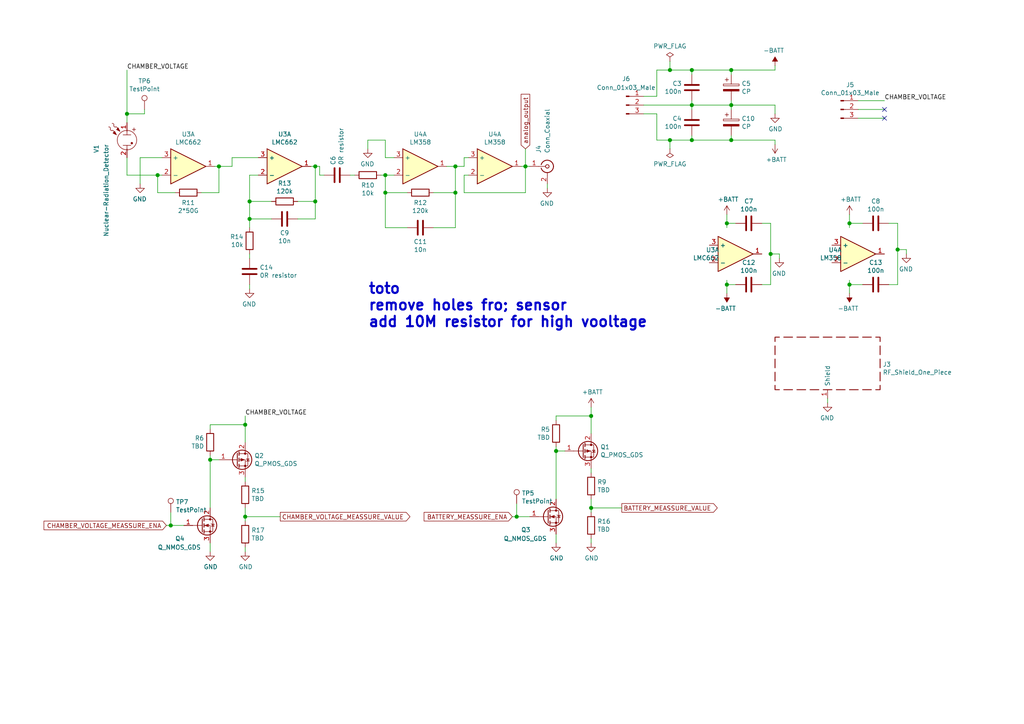
<source format=kicad_sch>
(kicad_sch (version 20210621) (generator eeschema)
  (paper "A4")
  (lib_symbols
    (symbol "Connector:Conn_01x03_Male" (pin_names (offset 1.016) hide)
      (property "Reference" "J" (at 0 5.08 0))
      (property "Value" "Conn_01x03_Male" (at 0 -5.08 0))
      (symbol "Conn_01x03_Male_1_1"
        (rectangle (start 0.8636 -2.413) (end 0 -2.667) (stroke (width 0.1524)) (fill (type outline)))
        (rectangle (start 0.8636 0.127) (end 0 -0.127) (stroke (width 0.1524)) (fill (type outline)))
        (rectangle (start 0.8636 2.667) (end 0 2.413) (stroke (width 0.1524)) (fill (type outline)))
        (polyline (pts (xy 1.27 -2.54) (xy 0.8636 -2.54)) (stroke (width 0.1524)))
        (polyline (pts (xy 1.27 0) (xy 0.8636 0)) (stroke (width 0.1524)))
        (polyline (pts (xy 1.27 2.54) (xy 0.8636 2.54)) (stroke (width 0.1524)))
        (pin passive line (at 5.08 2.54 180) (length 3.81) (name "Pin_1") (number "1"))
        (pin passive line (at 5.08 0 180) (length 3.81) (name "Pin_2") (number "2"))
        (pin passive line (at 5.08 -2.54 180) (length 3.81) (name "Pin_3") (number "3"))
      )
    )
    (symbol "Connector:Conn_Coaxial" (pin_names (offset 1.016) hide)
      (property "Reference" "J" (at 0.254 3.048 0))
      (property "Value" "Conn_Coaxial" (at 2.921 0 90))
      (symbol "Conn_Coaxial_0_1"
        (arc (start -1.778 0.508) (end 1.778 0) (radius (at -0.0508 0) (length 1.8034) (angles 163.6 0)) (stroke (width 0.254)))
        (arc (start 1.778 0) (end -1.778 -0.508) (radius (at -0.0254 0) (length 1.8034) (angles 0 -163.8)) (stroke (width 0.254)))
        (circle (center 0 0) (radius 0.508) (stroke (width 0.2032)))
        (polyline (pts (xy -2.54 0) (xy -0.508 0)))
        (polyline (pts (xy 0 -2.54) (xy 0 -1.778)))
      )
      (symbol "Conn_Coaxial_1_1"
        (pin passive line (at -5.08 0 0) (length 2.54) (name "In") (number "1"))
        (pin passive line (at 0 -5.08 90) (length 2.54) (name "Ext") (number "2"))
      )
    )
    (symbol "Connector:TestPoint" (pin_numbers hide) (pin_names (offset 0.762) hide)
      (property "Reference" "TP" (at 0 6.858 0))
      (property "Value" "TestPoint" (at 0 5.08 0))
      (symbol "TestPoint_0_1"
        (circle (center 0 3.302) (radius 0.762))
      )
      (symbol "TestPoint_1_1"
        (pin passive line (at 0 0 90) (length 2.54) (name "1") (number "1"))
      )
    )
    (symbol "Device:C" (pin_numbers hide) (pin_names (offset 0.254))
      (property "Reference" "C" (at 0.635 2.54 0))
      (property "Value" "C" (at 0.635 -2.54 0))
      (symbol "C_0_1"
        (polyline (pts (xy -2.032 -0.762) (xy 2.032 -0.762)) (stroke (width 0.508)))
        (polyline (pts (xy -2.032 0.762) (xy 2.032 0.762)) (stroke (width 0.508)))
      )
      (symbol "C_1_1"
        (pin passive line (at 0 3.81 270) (length 2.794) (name "~") (number "1"))
        (pin passive line (at 0 -3.81 90) (length 2.794) (name "~") (number "2"))
      )
    )
    (symbol "Device:CP" (pin_numbers hide) (pin_names (offset 0.254))
      (property "Reference" "C" (at 0.635 2.54 0))
      (property "Value" "CP" (at 0.635 -2.54 0))
      (symbol "CP_0_1"
        (rectangle (start -2.286 0.508) (end 2.286 1.016))
        (rectangle (start 2.286 -0.508) (end -2.286 -1.016) (fill (type outline)))
        (polyline (pts (xy -1.778 2.286) (xy -0.762 2.286)))
        (polyline (pts (xy -1.27 2.794) (xy -1.27 1.778)))
      )
      (symbol "CP_1_1"
        (pin passive line (at 0 3.81 270) (length 2.794) (name "~") (number "1"))
        (pin passive line (at 0 -3.81 90) (length 2.794) (name "~") (number "2"))
      )
    )
    (symbol "Device:Opamp_Dual_Generic"
      (property "Reference" "U" (at 0 5.08 0))
      (property "Value" "Opamp_Dual_Generic" (at 0 -5.08 0))
      (symbol "Opamp_Dual_Generic_1_1"
        (polyline (pts (xy -5.08 5.08) (xy 5.08 0) (xy -5.08 -5.08) (xy -5.08 5.08)) (stroke (width 0.254)) (fill (type background)))
        (pin output line (at 7.62 0 180) (length 2.54) (name "~") (number "1"))
        (pin input line (at -7.62 -2.54 0) (length 2.54) (name "-") (number "2"))
        (pin input line (at -7.62 2.54 0) (length 2.54) (name "+") (number "3"))
      )
      (symbol "Opamp_Dual_Generic_2_1"
        (polyline (pts (xy -5.08 5.08) (xy 5.08 0) (xy -5.08 -5.08) (xy -5.08 5.08)) (stroke (width 0.254)) (fill (type background)))
        (pin input line (at -7.62 2.54 0) (length 2.54) (name "+") (number "5"))
        (pin input line (at -7.62 -2.54 0) (length 2.54) (name "-") (number "6"))
        (pin output line (at 7.62 0 180) (length 2.54) (name "~") (number "7"))
      )
      (symbol "Opamp_Dual_Generic_3_1"
        (pin power_in line (at -2.54 -7.62 90) (length 3.81) (name "V-") (number "4"))
        (pin power_in line (at -2.54 7.62 270) (length 3.81) (name "V+") (number "8"))
      )
    )
    (symbol "Device:Q_NMOS_GDS" (pin_names (offset 0) hide)
      (property "Reference" "Q" (at 5.08 1.27 0))
      (property "Value" "Q_NMOS_GDS" (at 5.08 -1.27 0))
      (symbol "Q_NMOS_GDS_0_1"
        (circle (center 1.651 0) (radius 2.794) (stroke (width 0.254)))
        (circle (center 2.54 -1.778) (radius 0.254) (fill (type outline)))
        (circle (center 2.54 1.778) (radius 0.254) (fill (type outline)))
        (polyline (pts (xy 0.254 0) (xy -2.54 0)))
        (polyline (pts (xy 0.254 1.905) (xy 0.254 -1.905)) (stroke (width 0.254)))
        (polyline (pts (xy 0.762 -1.27) (xy 0.762 -2.286)) (stroke (width 0.254)))
        (polyline (pts (xy 0.762 0.508) (xy 0.762 -0.508)) (stroke (width 0.254)))
        (polyline (pts (xy 0.762 2.286) (xy 0.762 1.27)) (stroke (width 0.254)))
        (polyline (pts (xy 2.54 2.54) (xy 2.54 1.778)))
        (polyline (pts (xy 2.54 -2.54) (xy 2.54 0) (xy 0.762 0)))
        (polyline (pts (xy 0.762 -1.778) (xy 3.302 -1.778) (xy 3.302 1.778) (xy 0.762 1.778)))
        (polyline (pts (xy 2.794 0.508) (xy 2.921 0.381) (xy 3.683 0.381) (xy 3.81 0.254)))
        (polyline (pts (xy 3.302 0.381) (xy 2.921 -0.254) (xy 3.683 -0.254) (xy 3.302 0.381)))
        (polyline (pts (xy 1.016 0) (xy 2.032 0.381) (xy 2.032 -0.381) (xy 1.016 0)) (fill (type outline)))
      )
      (symbol "Q_NMOS_GDS_1_1"
        (pin input line (at -5.08 0 0) (length 2.54) (name "G") (number "1"))
        (pin passive line (at 2.54 5.08 270) (length 2.54) (name "D") (number "2"))
        (pin passive line (at 2.54 -5.08 90) (length 2.54) (name "S") (number "3"))
      )
    )
    (symbol "Device:Q_PMOS_GDS" (pin_names (offset 0) hide)
      (property "Reference" "Q" (at 5.08 1.27 0))
      (property "Value" "Q_PMOS_GDS" (at 5.08 -1.27 0))
      (symbol "Q_PMOS_GDS_0_1"
        (circle (center 1.651 0) (radius 2.794) (stroke (width 0.254)))
        (circle (center 2.54 -1.778) (radius 0.254) (fill (type outline)))
        (circle (center 2.54 1.778) (radius 0.254) (fill (type outline)))
        (polyline (pts (xy 0.254 0) (xy -2.54 0)))
        (polyline (pts (xy 0.254 1.905) (xy 0.254 -1.905)) (stroke (width 0.254)))
        (polyline (pts (xy 0.762 -1.27) (xy 0.762 -2.286)) (stroke (width 0.254)))
        (polyline (pts (xy 0.762 0.508) (xy 0.762 -0.508)) (stroke (width 0.254)))
        (polyline (pts (xy 0.762 2.286) (xy 0.762 1.27)) (stroke (width 0.254)))
        (polyline (pts (xy 2.54 2.54) (xy 2.54 1.778)))
        (polyline (pts (xy 2.54 -2.54) (xy 2.54 0) (xy 0.762 0)))
        (polyline (pts (xy 0.762 1.778) (xy 3.302 1.778) (xy 3.302 -1.778) (xy 0.762 -1.778)))
        (polyline (pts (xy 2.794 -0.508) (xy 2.921 -0.381) (xy 3.683 -0.381) (xy 3.81 -0.254)))
        (polyline (pts (xy 3.302 -0.381) (xy 2.921 0.254) (xy 3.683 0.254) (xy 3.302 -0.381)))
        (polyline (pts (xy 2.286 0) (xy 1.27 0.381) (xy 1.27 -0.381) (xy 2.286 0)) (fill (type outline)))
      )
      (symbol "Q_PMOS_GDS_1_1"
        (pin input line (at -5.08 0 0) (length 2.54) (name "G") (number "1"))
        (pin passive line (at 2.54 5.08 270) (length 2.54) (name "D") (number "2"))
        (pin passive line (at 2.54 -5.08 90) (length 2.54) (name "S") (number "3"))
      )
    )
    (symbol "Device:R" (pin_numbers hide) (pin_names (offset 0))
      (property "Reference" "R" (at 2.032 0 90))
      (property "Value" "R" (at 0 0 90))
      (symbol "R_0_1"
        (rectangle (start -1.016 -2.54) (end 1.016 2.54) (stroke (width 0.254)))
      )
      (symbol "R_1_1"
        (pin passive line (at 0 3.81 270) (length 1.27) (name "~") (number "1"))
        (pin passive line (at 0 -3.81 90) (length 1.27) (name "~") (number "2"))
      )
    )
    (symbol "Device:RF_Shield_One_Piece" (pin_names (offset 1.016))
      (property "Reference" "J" (at 0 5.08 0))
      (property "Value" "RF_Shield_One_Piece" (at 0 2.54 0))
      (symbol "RF_Shield_One_Piece_0_1"
        (polyline (pts (xy -15.24 -5.08) (xy -15.24 -2.54)) (stroke (width 0.254)))
        (polyline (pts (xy -15.24 -1.27) (xy -15.24 1.27)) (stroke (width 0.254)))
        (polyline (pts (xy -15.24 2.54) (xy -15.24 5.08)) (stroke (width 0.254)))
        (polyline (pts (xy -12.7 7.62) (xy -10.16 7.62)) (stroke (width 0.254)))
        (polyline (pts (xy -10.16 -7.62) (xy -12.7 -7.62)) (stroke (width 0.254)))
        (polyline (pts (xy -6.35 -7.62) (xy -8.89 -7.62)) (stroke (width 0.254)))
        (polyline (pts (xy -6.35 7.62) (xy -8.89 7.62)) (stroke (width 0.254)))
        (polyline (pts (xy -2.54 -7.62) (xy -5.08 -7.62)) (stroke (width 0.254)))
        (polyline (pts (xy -2.54 7.62) (xy -5.08 7.62)) (stroke (width 0.254)))
        (polyline (pts (xy -1.27 -7.62) (xy 1.27 -7.62)) (stroke (width 0.254)))
        (polyline (pts (xy 1.27 7.62) (xy -1.27 7.62)) (stroke (width 0.254)))
        (polyline (pts (xy 2.54 -7.62) (xy 5.08 -7.62)) (stroke (width 0.254)))
        (polyline (pts (xy 5.08 7.62) (xy 2.54 7.62)) (stroke (width 0.254)))
        (polyline (pts (xy 6.35 -7.62) (xy 8.89 -7.62)) (stroke (width 0.254)))
        (polyline (pts (xy 8.89 7.62) (xy 6.35 7.62)) (stroke (width 0.254)))
        (polyline (pts (xy 10.16 -7.62) (xy 12.7 -7.62)) (stroke (width 0.254)))
        (polyline (pts (xy 12.7 7.62) (xy 10.16 7.62)) (stroke (width 0.254)))
        (polyline (pts (xy 15.24 -5.08) (xy 15.24 -2.54)) (stroke (width 0.254)))
        (polyline (pts (xy 15.24 -1.27) (xy 15.24 1.27)) (stroke (width 0.254)))
        (polyline (pts (xy 15.24 2.54) (xy 15.24 5.08)) (stroke (width 0.254)))
        (polyline (pts (xy -15.24 6.35) (xy -15.24 7.62) (xy -13.97 7.62)) (stroke (width 0.254)))
        (polyline (pts (xy -13.97 -7.62) (xy -15.24 -7.62) (xy -15.24 -6.35)) (stroke (width 0.254)))
        (polyline (pts (xy 13.97 -7.62) (xy 15.24 -7.62) (xy 15.24 -6.35)) (stroke (width 0.254)))
        (polyline (pts (xy 15.24 6.35) (xy 15.24 7.62) (xy 13.97 7.62)) (stroke (width 0.254)))
      )
      (symbol "RF_Shield_One_Piece_1_1"
        (pin passive line (at 0 -10.16 90) (length 2.54) (name "Shield") (number "1"))
      )
    )
    (symbol "Sensor:Nuclear-Radiation_Detector" (pin_names (offset 0) hide)
      (property "Reference" "V" (at 5.08 1.27 0))
      (property "Value" "Nuclear-Radiation_Detector" (at 5.08 -1.27 0))
      (symbol "Nuclear-Radiation_Detector_0_0"
        (text "+" (at 2.032 3.175 0) (effects (font (size 1.27 1.27))))
      )
      (symbol "Nuclear-Radiation_Detector_0_1"
        (arc (start -2.794 3.302) (end -3.302 3.81) (radius (at -3.175 3.429) (length 0.4064) (angles -18.4 108.4)))
        (circle (center 0 0) (radius 2.8194))
        (circle (center 1.397 -0.889) (radius 0.254) (fill (type outline)))
        (polyline (pts (xy -1.143 -1.524) (xy 1.143 -1.524)))
        (polyline (pts (xy -1.143 1.524) (xy 1.143 1.524)))
        (polyline (pts (xy 0 -1.524) (xy 0 -2.54)))
        (polyline (pts (xy 0 2.54) (xy 0 1.524)))
        (polyline (pts (xy -2.54 3.556) (xy -3.048 3.048) (xy -2.032 2.54) (xy -2.54 3.556)) (fill (type outline)))
      )
      (symbol "Nuclear-Radiation_Detector_1_1"
        (arc (start -4.826 3.302) (end -5.334 3.81) (radius (at -5.207 3.429) (length 0.4064) (angles -18.4 108.4)))
        (arc (start -4.826 3.302) (end -4.318 2.794) (radius (at -4.445 3.175) (length 0.4064) (angles 161.6 -71.6)))
        (arc (start -3.81 2.286) (end -4.318 2.794) (radius (at -4.191 2.413) (length 0.4064) (angles -18.4 108.4)))
        (arc (start -3.81 4.318) (end -4.318 4.826) (radius (at -4.191 4.445) (length 0.4064) (angles -18.4 108.4)))
        (arc (start -3.81 4.318) (end -3.302 3.81) (radius (at -3.429 4.191) (length 0.4064) (angles 161.6 -71.6)))
        (polyline (pts (xy -3.556 2.54) (xy -4.064 2.032) (xy -3.048 1.524) (xy -3.556 2.54)) (fill (type outline)))
        (pin passive line (at 0 5.08 270) (length 2.54) (name "1") (number "1"))
        (pin passive line (at 0 -5.08 90) (length 2.54) (name "2") (number "2"))
      )
    )
    (symbol "power:+BATT" (power) (pin_names (offset 0))
      (property "Value" "+BATT" (at 0 3.556 0))
      (symbol "+BATT_0_1"
        (polyline (pts (xy -0.762 1.27) (xy 0 2.54)))
        (polyline (pts (xy 0 0) (xy 0 2.54)))
        (polyline (pts (xy 0 2.54) (xy 0.762 1.27)))
      )
      (symbol "+BATT_1_1"
        (pin power_in line (at 0 0 90) (length 0) hide (name "+BATT") (number "1"))
      )
    )
    (symbol "power:-BATT" (power) (pin_names (offset 0))
      (property "Value" "-BATT" (at 0 3.556 0))
      (symbol "-BATT_0_1"
        (polyline (pts (xy 0 0) (xy 0 2.54)))
        (polyline (pts (xy 0.762 1.27) (xy -0.762 1.27) (xy 0 2.54) (xy 0.762 1.27)) (fill (type outline)))
      )
      (symbol "-BATT_1_1"
        (pin power_in line (at 0 0 90) (length 0) hide (name "-BATT") (number "1"))
      )
    )
    (symbol "power:GND" (power) (pin_names (offset 0))
      (property "Value" "GND" (at 0 -3.81 0))
      (symbol "GND_0_1"
        (polyline (pts (xy 0 0) (xy 0 -1.27) (xy 1.27 -1.27) (xy 0 -2.54) (xy -1.27 -1.27) (xy 0 -1.27)))
      )
      (symbol "GND_1_1"
        (pin power_in line (at 0 0 270) (length 0) hide (name "GND") (number "1"))
      )
    )
    (symbol "power:PWR_FLAG" (power) (pin_numbers hide) (pin_names (offset 0) hide)
      (property "Value" "PWR_FLAG" (at 0 3.81 0))
      (symbol "PWR_FLAG_0_0"
        (pin power_out line (at 0 0 90) (length 0) (name "pwr") (number "1"))
      )
      (symbol "PWR_FLAG_0_1"
        (polyline (pts (xy 0 0) (xy 0 1.27) (xy -1.016 1.905) (xy 0 2.54) (xy 1.016 1.905) (xy 0 1.27)))
      )
    )
  )
  (junction (at 36.83 33.02) (diameter 1.016))
  (junction (at 45.72 50.8) (diameter 1.016))
  (junction (at 49.53 152.4) (diameter 1.016))
  (junction (at 60.96 133.35) (diameter 1.016))
  (junction (at 63.5 48.26) (diameter 1.016))
  (junction (at 71.12 123.19) (diameter 1.016))
  (junction (at 71.12 149.86) (diameter 1.016))
  (junction (at 72.39 58.42) (diameter 1.016))
  (junction (at 72.39 63.5) (diameter 1.016))
  (junction (at 91.44 48.26) (diameter 1.016))
  (junction (at 91.44 58.42) (diameter 1.016))
  (junction (at 111.76 50.8) (diameter 1.016))
  (junction (at 111.76 55.88) (diameter 1.016))
  (junction (at 132.08 48.26) (diameter 1.016))
  (junction (at 132.08 55.88) (diameter 1.016))
  (junction (at 149.86 149.86) (diameter 1.016))
  (junction (at 152.4 48.26) (diameter 1.016))
  (junction (at 161.29 130.81) (diameter 1.016))
  (junction (at 171.45 120.65) (diameter 1.016))
  (junction (at 171.45 147.32) (diameter 1.016))
  (junction (at 194.31 20.32) (diameter 1.016))
  (junction (at 194.31 40.64) (diameter 1.016))
  (junction (at 200.66 20.32) (diameter 1.016))
  (junction (at 200.66 30.48) (diameter 1.016))
  (junction (at 200.66 40.64) (diameter 1.016))
  (junction (at 210.82 64.77) (diameter 1.016))
  (junction (at 210.82 82.55) (diameter 1.016))
  (junction (at 212.09 20.32) (diameter 1.016))
  (junction (at 212.09 30.48) (diameter 1.016))
  (junction (at 212.09 40.64) (diameter 1.016))
  (junction (at 223.52 73.66) (diameter 1.016))
  (junction (at 246.38 64.77) (diameter 1.016))
  (junction (at 246.38 82.55) (diameter 1.016))
  (junction (at 260.35 72.39) (diameter 1.016))
  (no_connect (at 256.54 31.75))
  (no_connect (at 256.54 34.29))
  (wire (pts (xy 36.83 20.32) (xy 36.83 33.02)))
  (wire (pts (xy 36.83 33.02) (xy 36.83 35.56)))
  (wire (pts (xy 36.83 50.8) (xy 36.83 45.72)))
  (wire (pts (xy 40.64 53.34) (xy 40.64 45.72)))
  (wire (pts (xy 41.91 31.75) (xy 41.91 33.02)))
  (wire (pts (xy 41.91 33.02) (xy 36.83 33.02)))
  (wire (pts (xy 45.72 50.8) (xy 36.83 50.8)))
  (wire (pts (xy 45.72 50.8) (xy 45.72 55.88)))
  (wire (pts (xy 46.99 45.72) (xy 40.64 45.72)))
  (wire (pts (xy 46.99 50.8) (xy 45.72 50.8)))
  (wire (pts (xy 49.53 148.59) (xy 49.53 152.4)))
  (wire (pts (xy 49.53 152.4) (xy 48.26 152.4)))
  (wire (pts (xy 50.8 55.88) (xy 45.72 55.88)))
  (wire (pts (xy 53.34 152.4) (xy 49.53 152.4)))
  (wire (pts (xy 58.42 55.88) (xy 63.5 55.88)))
  (wire (pts (xy 60.96 123.19) (xy 71.12 123.19)))
  (wire (pts (xy 60.96 124.46) (xy 60.96 123.19)))
  (wire (pts (xy 60.96 133.35) (xy 60.96 132.08)))
  (wire (pts (xy 60.96 147.32) (xy 60.96 133.35)))
  (wire (pts (xy 60.96 157.48) (xy 60.96 160.02)))
  (wire (pts (xy 63.5 48.26) (xy 62.23 48.26)))
  (wire (pts (xy 63.5 48.26) (xy 63.5 55.88)))
  (wire (pts (xy 63.5 48.26) (xy 67.31 48.26)))
  (wire (pts (xy 63.5 133.35) (xy 60.96 133.35)))
  (wire (pts (xy 67.31 45.72) (xy 74.93 45.72)))
  (wire (pts (xy 67.31 48.26) (xy 67.31 45.72)))
  (wire (pts (xy 71.12 123.19) (xy 71.12 120.65)))
  (wire (pts (xy 71.12 123.19) (xy 71.12 128.27)))
  (wire (pts (xy 71.12 138.43) (xy 71.12 139.7)))
  (wire (pts (xy 71.12 147.32) (xy 71.12 149.86)))
  (wire (pts (xy 71.12 149.86) (xy 71.12 151.13)))
  (wire (pts (xy 71.12 149.86) (xy 81.28 149.86)))
  (wire (pts (xy 71.12 158.75) (xy 71.12 160.02)))
  (wire (pts (xy 72.39 50.8) (xy 74.93 50.8)))
  (wire (pts (xy 72.39 58.42) (xy 72.39 50.8)))
  (wire (pts (xy 72.39 58.42) (xy 72.39 63.5)))
  (wire (pts (xy 72.39 63.5) (xy 72.39 66.04)))
  (wire (pts (xy 72.39 74.93) (xy 72.39 73.66)))
  (wire (pts (xy 72.39 83.82) (xy 72.39 82.55)))
  (wire (pts (xy 78.74 58.42) (xy 72.39 58.42)))
  (wire (pts (xy 78.74 63.5) (xy 72.39 63.5)))
  (wire (pts (xy 86.36 63.5) (xy 91.44 63.5)))
  (wire (pts (xy 90.17 48.26) (xy 91.44 48.26)))
  (wire (pts (xy 91.44 48.26) (xy 91.44 58.42)))
  (wire (pts (xy 91.44 58.42) (xy 86.36 58.42)))
  (wire (pts (xy 91.44 63.5) (xy 91.44 58.42)))
  (wire (pts (xy 92.71 48.26) (xy 91.44 48.26)))
  (wire (pts (xy 92.71 50.8) (xy 92.71 48.26)))
  (wire (pts (xy 93.98 50.8) (xy 92.71 50.8)))
  (wire (pts (xy 102.87 50.8) (xy 101.6 50.8)))
  (wire (pts (xy 106.68 40.64) (xy 106.68 43.18)))
  (wire (pts (xy 111.76 40.64) (xy 106.68 40.64)))
  (wire (pts (xy 111.76 45.72) (xy 111.76 40.64)))
  (wire (pts (xy 111.76 50.8) (xy 110.49 50.8)))
  (wire (pts (xy 111.76 50.8) (xy 111.76 55.88)))
  (wire (pts (xy 111.76 66.04) (xy 111.76 55.88)))
  (wire (pts (xy 114.3 45.72) (xy 111.76 45.72)))
  (wire (pts (xy 114.3 50.8) (xy 111.76 50.8)))
  (wire (pts (xy 118.11 55.88) (xy 111.76 55.88)))
  (wire (pts (xy 118.11 66.04) (xy 111.76 66.04)))
  (wire (pts (xy 125.73 66.04) (xy 132.08 66.04)))
  (wire (pts (xy 132.08 48.26) (xy 129.54 48.26)))
  (wire (pts (xy 132.08 48.26) (xy 134.62 48.26)))
  (wire (pts (xy 132.08 55.88) (xy 125.73 55.88)))
  (wire (pts (xy 132.08 55.88) (xy 132.08 48.26)))
  (wire (pts (xy 132.08 66.04) (xy 132.08 55.88)))
  (wire (pts (xy 134.62 45.72) (xy 135.89 45.72)))
  (wire (pts (xy 134.62 48.26) (xy 134.62 45.72)))
  (wire (pts (xy 134.62 50.8) (xy 134.62 55.88)))
  (wire (pts (xy 134.62 55.88) (xy 152.4 55.88)))
  (wire (pts (xy 135.89 50.8) (xy 134.62 50.8)))
  (wire (pts (xy 149.86 146.05) (xy 149.86 149.86)))
  (wire (pts (xy 149.86 149.86) (xy 148.59 149.86)))
  (wire (pts (xy 152.4 48.26) (xy 151.13 48.26)))
  (wire (pts (xy 152.4 48.26) (xy 152.4 43.18)))
  (wire (pts (xy 152.4 55.88) (xy 152.4 48.26)))
  (wire (pts (xy 153.67 48.26) (xy 152.4 48.26)))
  (wire (pts (xy 153.67 149.86) (xy 149.86 149.86)))
  (wire (pts (xy 158.75 54.61) (xy 158.75 53.34)))
  (wire (pts (xy 161.29 120.65) (xy 171.45 120.65)))
  (wire (pts (xy 161.29 121.92) (xy 161.29 120.65)))
  (wire (pts (xy 161.29 130.81) (xy 161.29 129.54)))
  (wire (pts (xy 161.29 144.78) (xy 161.29 130.81)))
  (wire (pts (xy 161.29 154.94) (xy 161.29 157.48)))
  (wire (pts (xy 163.83 130.81) (xy 161.29 130.81)))
  (wire (pts (xy 171.45 120.65) (xy 171.45 118.11)))
  (wire (pts (xy 171.45 120.65) (xy 171.45 125.73)))
  (wire (pts (xy 171.45 135.89) (xy 171.45 137.16)))
  (wire (pts (xy 171.45 144.78) (xy 171.45 147.32)))
  (wire (pts (xy 171.45 147.32) (xy 171.45 148.59)))
  (wire (pts (xy 171.45 147.32) (xy 180.34 147.32)))
  (wire (pts (xy 171.45 156.21) (xy 171.45 157.48)))
  (wire (pts (xy 186.69 27.94) (xy 190.5 27.94)))
  (wire (pts (xy 186.69 30.48) (xy 200.66 30.48)))
  (wire (pts (xy 190.5 20.32) (xy 194.31 20.32)))
  (wire (pts (xy 190.5 27.94) (xy 190.5 20.32)))
  (wire (pts (xy 190.5 33.02) (xy 186.69 33.02)))
  (wire (pts (xy 190.5 40.64) (xy 190.5 33.02)))
  (wire (pts (xy 194.31 17.78) (xy 194.31 20.32)))
  (wire (pts (xy 194.31 20.32) (xy 200.66 20.32)))
  (wire (pts (xy 194.31 40.64) (xy 190.5 40.64)))
  (wire (pts (xy 194.31 43.18) (xy 194.31 40.64)))
  (wire (pts (xy 200.66 20.32) (xy 200.66 21.59)))
  (wire (pts (xy 200.66 20.32) (xy 212.09 20.32)))
  (wire (pts (xy 200.66 29.21) (xy 200.66 30.48)))
  (wire (pts (xy 200.66 30.48) (xy 200.66 31.75)))
  (wire (pts (xy 200.66 30.48) (xy 212.09 30.48)))
  (wire (pts (xy 200.66 39.37) (xy 200.66 40.64)))
  (wire (pts (xy 200.66 40.64) (xy 194.31 40.64)))
  (wire (pts (xy 200.66 40.64) (xy 212.09 40.64)))
  (wire (pts (xy 210.82 62.23) (xy 210.82 64.77)))
  (wire (pts (xy 210.82 64.77) (xy 210.82 66.04)))
  (wire (pts (xy 210.82 64.77) (xy 213.36 64.77)))
  (wire (pts (xy 210.82 82.55) (xy 210.82 81.28)))
  (wire (pts (xy 210.82 82.55) (xy 213.36 82.55)))
  (wire (pts (xy 210.82 85.09) (xy 210.82 82.55)))
  (wire (pts (xy 212.09 20.32) (xy 212.09 21.59)))
  (wire (pts (xy 212.09 20.32) (xy 224.79 20.32)))
  (wire (pts (xy 212.09 29.21) (xy 212.09 30.48)))
  (wire (pts (xy 212.09 30.48) (xy 224.79 30.48)))
  (wire (pts (xy 212.09 31.75) (xy 212.09 30.48)))
  (wire (pts (xy 212.09 40.64) (xy 212.09 39.37)))
  (wire (pts (xy 212.09 40.64) (xy 224.79 40.64)))
  (wire (pts (xy 220.98 82.55) (xy 223.52 82.55)))
  (wire (pts (xy 223.52 64.77) (xy 220.98 64.77)))
  (wire (pts (xy 223.52 73.66) (xy 223.52 64.77)))
  (wire (pts (xy 223.52 82.55) (xy 223.52 73.66)))
  (wire (pts (xy 224.79 20.32) (xy 224.79 19.05)))
  (wire (pts (xy 224.79 33.02) (xy 224.79 30.48)))
  (wire (pts (xy 224.79 40.64) (xy 224.79 41.91)))
  (wire (pts (xy 226.06 73.66) (xy 223.52 73.66)))
  (wire (pts (xy 226.06 74.93) (xy 226.06 73.66)))
  (wire (pts (xy 240.03 116.84) (xy 240.03 115.57)))
  (wire (pts (xy 246.38 64.77) (xy 246.38 62.23)))
  (wire (pts (xy 246.38 64.77) (xy 246.38 66.04)))
  (wire (pts (xy 246.38 82.55) (xy 246.38 81.28)))
  (wire (pts (xy 246.38 82.55) (xy 246.38 85.09)))
  (wire (pts (xy 248.92 29.21) (xy 256.54 29.21)))
  (wire (pts (xy 248.92 31.75) (xy 256.54 31.75)))
  (wire (pts (xy 248.92 34.29) (xy 256.54 34.29)))
  (wire (pts (xy 250.19 64.77) (xy 246.38 64.77)))
  (wire (pts (xy 250.19 82.55) (xy 246.38 82.55)))
  (wire (pts (xy 257.81 82.55) (xy 260.35 82.55)))
  (wire (pts (xy 260.35 64.77) (xy 257.81 64.77)))
  (wire (pts (xy 260.35 72.39) (xy 260.35 64.77)))
  (wire (pts (xy 260.35 82.55) (xy 260.35 72.39)))
  (wire (pts (xy 262.89 72.39) (xy 260.35 72.39)))
  (wire (pts (xy 262.89 73.66) (xy 262.89 72.39)))
  (text "toto\nremove holes fro; sensor\nadd 10M resistor for high vooltage" (at 106.68 95.25 0) (effects (font (size 2.9972 2.9972) (thickness 0.5994) bold) (justify left bottom)))
  (label "CHAMBER_VOLTAGE" (at 36.83 20.32 0))
  (label "CHAMBER_VOLTAGE" (at 71.12 120.65 0))
  (label "CHAMBER_VOLTAGE" (at 256.54 29.21 0))
  (global_label "CHAMBER_VOLTAGE_MEASSURE_ENA" (shape input) (at 48.26 152.4 180) (property "Intersheet References" "${INTERSHEET_REFS}" (effects hide)))
  (global_label "CHAMBER_VOLTAGE_MEASSURE_VALUE" (shape output) (at 81.28 149.86 0) (property "Intersheet References" "${INTERSHEET_REFS}" (effects hide)))
  (global_label "BATTERY_MEASSURE_ENA" (shape input) (at 148.59 149.86 180) (property "Intersheet References" "${INTERSHEET_REFS}" (effects hide)))
  (global_label "analog_output" (shape input) (at 152.4 43.18 90) (property "Intersheet References" "${INTERSHEET_REFS}" (effects hide)))
  (global_label "BATTERY_MEASSURE_VALUE" (shape output) (at 180.34 147.32 0) (property "Intersheet References" "${INTERSHEET_REFS}" (effects hide)))
  (symbol (lib_id "power:+BATT") (at 171.45 118.11 0)
    (property "Reference" "#PWR018" (effects hide))
    (property "Value" "+BATT" (at 171.831 113.7158 0))
  )
  (symbol (lib_id "power:+BATT") (at 210.82 62.23 0)
    (property "Reference" "#PWR020" (effects hide))
    (property "Value" "+BATT" (at 211.201 57.8358 0))
  )
  (symbol (lib_id "power:-BATT") (at 210.82 85.09 180)
    (property "Reference" "#PWR026" (effects hide))
    (property "Value" "-BATT" (at 210.439 89.4842 0))
  )
  (symbol (lib_id "power:-BATT") (at 224.79 19.05 0) (mirror y)
    (property "Reference" "#PWR0103" (effects hide))
    (property "Value" "-BATT" (at 224.409 14.6558 0))
  )
  (symbol (lib_id "power:+BATT") (at 224.79 41.91 0) (mirror x)
    (property "Reference" "#PWR0101" (effects hide))
    (property "Value" "+BATT" (at 225.171 46.3042 0))
  )
  (symbol (lib_id "power:+BATT") (at 246.38 62.23 0)
    (property "Reference" "#PWR021" (effects hide))
    (property "Value" "+BATT" (at 246.761 57.8358 0))
  )
  (symbol (lib_id "power:-BATT") (at 246.38 85.09 180)
    (property "Reference" "#PWR027" (effects hide))
    (property "Value" "-BATT" (at 245.999 89.4842 0))
  )
  (symbol (lib_id "power:PWR_FLAG") (at 194.31 17.78 0) (unit 1)
    (property "Reference" "#FLG03" (effects hide))
    (property "Value" "PWR_FLAG" (at 194.31 13.3858 0))
  )
  (symbol (lib_id "power:PWR_FLAG") (at 194.31 43.18 180) (unit 1)
    (property "Reference" "#FLG04" (effects hide))
    (property "Value" "PWR_FLAG" (at 194.31 47.5742 0))
  )
  (symbol (lib_id "Connector:TestPoint") (at 41.91 31.75 0)
    (property "Reference" "TP6" (at 41.91 23.495 0))
    (property "Value" "TestPoint" (at 41.91 25.8064 0))
    (property "Footprint" "TestPoint:TestPoint_Loop_D2.60mm_Drill0.9mm_Beaded" (effects hide))
  )
  (symbol (lib_id "Connector:TestPoint") (at 49.53 148.59 0)
    (property "Reference" "TP7" (at 51.0032 145.5928 0) (effects (justify left)))
    (property "Value" "TestPoint" (at 51.0032 147.9042 0) (effects (justify left)))
    (property "Footprint" "TestPoint:TestPoint_Pad_D2.0mm" (effects hide))
  )
  (symbol (lib_id "Connector:TestPoint") (at 149.86 146.05 0)
    (property "Reference" "TP5" (at 151.3332 143.0528 0) (effects (justify left)))
    (property "Value" "TestPoint" (at 151.3332 145.3642 0) (effects (justify left)))
    (property "Footprint" "TestPoint:TestPoint_Pad_D2.0mm" (effects hide))
  )
  (symbol (lib_id "power:GND") (at 40.64 53.34 0) (mirror y)
    (property "Reference" "#PWR022" (effects hide))
    (property "Value" "GND" (at 40.513 57.7342 0))
  )
  (symbol (lib_id "power:GND") (at 60.96 160.02 0)
    (property "Reference" "#PWR031" (effects hide))
    (property "Value" "GND" (at 61.087 164.4142 0))
  )
  (symbol (lib_id "power:GND") (at 71.12 160.02 0)
    (property "Reference" "#PWR032" (effects hide))
    (property "Value" "GND" (at 71.247 164.4142 0))
  )
  (symbol (lib_id "power:GND") (at 72.39 83.82 0) (mirror y)
    (property "Reference" "#PWR028" (effects hide))
    (property "Value" "GND" (at 72.263 88.2142 0))
  )
  (symbol (lib_id "power:GND") (at 106.68 43.18 0) (mirror y)
    (property "Reference" "#PWR019" (effects hide))
    (property "Value" "GND" (at 106.553 47.5742 0))
  )
  (symbol (lib_id "power:GND") (at 158.75 54.61 0) (mirror y)
    (property "Reference" "#PWR023" (effects hide))
    (property "Value" "GND" (at 158.623 59.0042 0))
  )
  (symbol (lib_id "power:GND") (at 161.29 157.48 0)
    (property "Reference" "#PWR029" (effects hide))
    (property "Value" "GND" (at 161.417 161.8742 0))
  )
  (symbol (lib_id "power:GND") (at 171.45 157.48 0)
    (property "Reference" "#PWR030" (effects hide))
    (property "Value" "GND" (at 171.577 161.8742 0))
  )
  (symbol (lib_id "power:GND") (at 224.79 33.02 0)
    (property "Reference" "#PWR0102" (effects hide))
    (property "Value" "GND" (at 224.917 37.4142 0))
  )
  (symbol (lib_id "power:GND") (at 226.06 74.93 0) (mirror y)
    (property "Reference" "#PWR025" (effects hide))
    (property "Value" "GND" (at 225.933 79.3242 0))
  )
  (symbol (lib_id "power:GND") (at 240.03 116.84 0) (mirror y)
    (property "Reference" "#PWR011" (effects hide))
    (property "Value" "GND" (at 239.903 121.2342 0))
  )
  (symbol (lib_id "power:GND") (at 262.89 73.66 0) (mirror y)
    (property "Reference" "#PWR024" (effects hide))
    (property "Value" "GND" (at 262.763 78.0542 0))
  )
  (symbol (lib_id "Device:Opamp_Dual_Generic") (at 213.36 73.66 0)
    (property "Reference" "U3" (at 208.5848 72.4916 0) (effects (justify right)))
    (property "Value" "LMC662" (at 208.5848 74.803 0) (effects (justify right)))
    (property "Footprint" "Package_DIP:DIP-8_W7.62mm" (effects hide))
  )
  (symbol (lib_id "Device:Opamp_Dual_Generic") (at 248.92 73.66 0)
    (property "Reference" "U4" (at 244.1448 72.4916 0) (effects (justify right)))
    (property "Value" "LM358" (at 244.1448 74.803 0) (effects (justify right)))
    (property "Footprint" "Package_SO:SOIC-8_3.9x4.9mm_P1.27mm" (effects hide))
  )
  (symbol (lib_id "Device:R") (at 54.61 55.88 270)
    (property "Reference" "R11" (at 54.61 58.801 90))
    (property "Value" "2*50G" (at 54.61 61.1124 90))
    (property "Footprint" "Resistor_SMD:R_0805_2012Metric" (effects hide))
  )
  (symbol (lib_id "Device:R") (at 60.96 128.27 180)
    (property "Reference" "R6" (at 59.2074 127.1016 0) (effects (justify left)))
    (property "Value" "TBD" (at 59.2074 129.413 0) (effects (justify left)))
    (property "Footprint" "Resistor_SMD:R_0805_2012Metric" (effects hide))
  )
  (symbol (lib_id "Device:R") (at 71.12 143.51 180)
    (property "Reference" "R15" (at 72.898 142.3416 0) (effects (justify right)))
    (property "Value" "TBD" (at 72.898 144.653 0) (effects (justify right)))
    (property "Footprint" "Resistor_SMD:R_0805_2012Metric" (effects hide))
  )
  (symbol (lib_id "Device:R") (at 71.12 154.94 180)
    (property "Reference" "R17" (at 72.898 153.7716 0) (effects (justify right)))
    (property "Value" "TBD" (at 72.898 156.083 0) (effects (justify right)))
    (property "Footprint" "Resistor_SMD:R_0805_2012Metric" (effects hide))
  )
  (symbol (lib_id "Device:R") (at 72.39 69.85 0) (mirror y)
    (property "Reference" "R14" (at 70.6374 68.6816 0) (effects (justify left)))
    (property "Value" "10k" (at 70.6374 70.993 0) (effects (justify left)))
    (property "Footprint" "Resistor_SMD:R_0805_2012Metric" (effects hide))
    (property "LCSC " "C25744" (effects hide))
  )
  (symbol (lib_id "Device:R") (at 82.55 58.42 270) (mirror x)
    (property "Reference" "R13" (at 82.55 53.1622 90))
    (property "Value" "120k" (at 82.55 55.4736 90))
    (property "Footprint" "Resistor_SMD:R_0805_2012Metric" (effects hide))
    (property "LCSC" "C17436" (effects hide))
  )
  (symbol (lib_id "Device:R") (at 106.68 50.8 270) (mirror x)
    (property "Reference" "R10" (at 106.68 53.721 90))
    (property "Value" "10k" (at 106.68 56.0324 90))
    (property "Footprint" "Resistor_SMD:R_0805_2012Metric" (effects hide))
    (property "LCSC" "C25744" (effects hide))
  )
  (symbol (lib_id "Device:R") (at 121.92 55.88 270) (mirror x)
    (property "Reference" "R12" (at 121.92 58.801 90))
    (property "Value" "120k" (at 121.92 61.1124 90))
    (property "Footprint" "Resistor_SMD:R_0805_2012Metric" (effects hide))
    (property "LCSC" "C17436" (effects hide))
  )
  (symbol (lib_id "Device:R") (at 161.29 125.73 180)
    (property "Reference" "R5" (at 159.5374 124.5616 0) (effects (justify left)))
    (property "Value" "TBD" (at 159.5374 126.873 0) (effects (justify left)))
    (property "Footprint" "Resistor_SMD:R_0805_2012Metric" (effects hide))
  )
  (symbol (lib_id "Device:R") (at 171.45 140.97 180)
    (property "Reference" "R9" (at 173.228 139.8016 0) (effects (justify right)))
    (property "Value" "TBD" (at 173.228 142.113 0) (effects (justify right)))
    (property "Footprint" "Resistor_SMD:R_0805_2012Metric" (effects hide))
  )
  (symbol (lib_id "Device:R") (at 171.45 152.4 180)
    (property "Reference" "R16" (at 173.228 151.2316 0) (effects (justify right)))
    (property "Value" "TBD" (at 173.228 153.543 0) (effects (justify right)))
    (property "Footprint" "Resistor_SMD:R_0805_2012Metric" (effects hide))
  )
  (symbol (lib_id "Connector:Conn_01x03_Male") (at 181.61 30.48 0) (unit 1)
    (property "Reference" "J6" (at 181.61 22.86 0))
    (property "Value" "Conn_01x03_Male" (at 181.61 25.4 0))
    (property "Footprint" "Connector_PinSocket_2.54mm:PinSocket_1x03_P2.54mm_Vertical" (effects hide))
  )
  (symbol (lib_id "Connector:Conn_01x03_Male") (at 243.84 31.75 0) (unit 1)
    (property "Reference" "J5" (at 246.5832 24.6126 0))
    (property "Value" "Conn_01x03_Male" (at 246.5832 26.924 0))
    (property "Footprint" "Connector_PinSocket_2.54mm:PinSocket_1x03_P2.54mm_Vertical" (effects hide))
  )
  (symbol (lib_id "Device:C") (at 72.39 78.74 0) (mirror y)
    (property "Reference" "C14" (at 75.311 77.5716 0) (effects (justify right)))
    (property "Value" "0R resistor" (at 75.311 79.883 0) (effects (justify right)))
    (property "Footprint" "Capacitor_SMD:C_0805_2012Metric" (effects hide))
  )
  (symbol (lib_id "Device:C") (at 82.55 63.5 90) (mirror x)
    (property "Reference" "C9" (at 82.55 67.564 90))
    (property "Value" "10n" (at 82.55 69.8754 90))
    (property "Footprint" "Capacitor_SMD:C_0805_2012Metric" (effects hide))
    (property "LCSC" "C1710" (effects hide))
  )
  (symbol (lib_id "Device:C") (at 97.79 50.8 90) (mirror x)
    (property "Reference" "C6" (at 96.6216 47.879 0) (effects (justify right)))
    (property "Value" "0R resistor" (at 98.933 47.879 0) (effects (justify right)))
    (property "Footprint" "Capacitor_SMD:C_0805_2012Metric" (effects hide))
  )
  (symbol (lib_id "Device:C") (at 121.92 66.04 90) (mirror x)
    (property "Reference" "C11" (at 121.92 70.104 90))
    (property "Value" "10n" (at 121.92 72.4154 90))
    (property "Footprint" "Capacitor_SMD:C_0805_2012Metric" (effects hide))
    (property "LCSC" "C1710" (effects hide))
  )
  (symbol (lib_id "Device:C") (at 200.66 25.4 0) (mirror x)
    (property "Reference" "C3" (at 197.739 24.2316 0) (effects (justify right)))
    (property "Value" "100n" (at 197.739 26.543 0) (effects (justify right)))
    (property "Footprint" "Capacitor_SMD:C_0805_2012Metric" (effects hide))
    (property "LCSC" "C282732" (effects hide))
  )
  (symbol (lib_id "Device:C") (at 200.66 35.56 0) (mirror x)
    (property "Reference" "C4" (at 197.739 34.3916 0) (effects (justify right)))
    (property "Value" "100n" (at 197.739 36.703 0) (effects (justify right)))
    (property "Footprint" "Capacitor_SMD:C_0805_2012Metric" (effects hide))
    (property "LCSC" "C282732" (effects hide))
  )
  (symbol (lib_id "Device:CP") (at 212.09 25.4 0) (unit 1)
    (property "Reference" "C5" (at 215.0872 24.2316 0) (effects (justify left)))
    (property "Value" "CP" (at 215.0872 26.543 0) (effects (justify left)))
    (property "Footprint" "Capacitor_SMD:CP_Elec_6.3x5.8" (effects hide))
  )
  (symbol (lib_id "Device:CP") (at 212.09 35.56 0) (unit 1)
    (property "Reference" "C10" (at 215.0872 34.3916 0) (effects (justify left)))
    (property "Value" "CP" (at 215.0872 36.703 0) (effects (justify left)))
    (property "Footprint" "Capacitor_SMD:CP_Elec_6.3x5.8" (effects hide))
  )
  (symbol (lib_id "Device:C") (at 217.17 64.77 90)
    (property "Reference" "C7" (at 217.17 58.3692 90))
    (property "Value" "100n" (at 217.17 60.6806 90))
    (property "Footprint" "Capacitor_SMD:C_0805_2012Metric" (effects hide))
    (property "LCSC" "C282732" (effects hide))
  )
  (symbol (lib_id "Device:C") (at 217.17 82.55 90)
    (property "Reference" "C12" (at 217.17 76.1492 90))
    (property "Value" "100n" (at 217.17 78.4606 90))
    (property "Footprint" "Capacitor_SMD:C_0805_2012Metric" (effects hide))
    (property "LCSC" "C282732" (effects hide))
  )
  (symbol (lib_id "Device:C") (at 254 64.77 90)
    (property "Reference" "C8" (at 254 58.3692 90))
    (property "Value" "100n" (at 254 60.6806 90))
    (property "Footprint" "Capacitor_SMD:C_0805_2012Metric" (effects hide))
    (property "LCSC" "C282732" (effects hide))
  )
  (symbol (lib_id "Device:C") (at 254 82.55 90)
    (property "Reference" "C13" (at 254 76.1492 90))
    (property "Value" "100n" (at 254 78.4606 90))
    (property "Footprint" "Capacitor_SMD:C_0805_2012Metric" (effects hide))
    (property "LCSC" "C282732" (effects hide))
  )
  (symbol (lib_id "Connector:Conn_Coaxial") (at 158.75 48.26 0)
    (property "Reference" "J4" (at 156.21 44.45 90) (effects (justify left)))
    (property "Value" "Conn_Coaxial" (at 158.75 44.45 90) (effects (justify left)))
    (property "Footprint" "Connector_Coaxial:SMA_Molex_73251-2200_Horizontal" (effects hide))
    (property "Datasheet" " ~" (effects hide))
  )
  (symbol (lib_id "Sensor:Nuclear-Radiation_Detector") (at 36.83 40.64 0)
    (property "Reference" "V1" (at 27.94 41.91 90) (effects (justify right)))
    (property "Value" "Nuclear-Radiation_Detector" (at 30.7848 41.783 90) (effects (justify right)))
    (property "Footprint" "IonizationChamber:IonizationChamberSensor" (effects hide))
  )
  (symbol (lib_id "Device:Q_NMOS_GDS") (at 58.42 152.4 0)
    (property "Reference" "Q4" (at 50.8 156.21 0) (effects (justify left)))
    (property "Value" "Q_NMOS_GDS" (at 45.72 158.75 0) (effects (justify left)))
    (property "Footprint" "Package_TO_SOT_SMD:SOT-23" (effects hide))
  )
  (symbol (lib_id "Device:Q_PMOS_GDS") (at 68.58 133.35 0)
    (property "Reference" "Q2" (at 73.787 132.1816 0) (effects (justify left)))
    (property "Value" "Q_PMOS_GDS" (at 73.787 134.493 0) (effects (justify left)))
    (property "Footprint" "Package_TO_SOT_SMD:SOT-23" (effects hide))
  )
  (symbol (lib_id "Device:Q_NMOS_GDS") (at 158.75 149.86 0)
    (property "Reference" "Q3" (at 151.13 153.67 0) (effects (justify left)))
    (property "Value" "Q_NMOS_GDS" (at 146.05 156.21 0) (effects (justify left)))
    (property "Footprint" "Package_TO_SOT_SMD:SOT-23" (effects hide))
  )
  (symbol (lib_id "Device:Q_PMOS_GDS") (at 168.91 130.81 0)
    (property "Reference" "Q1" (at 174.117 129.6416 0) (effects (justify left)))
    (property "Value" "Q_PMOS_GDS" (at 174.117 131.953 0) (effects (justify left)))
    (property "Footprint" "Package_TO_SOT_SMD:SOT-23" (effects hide))
  )
  (symbol (lib_id "Device:Opamp_Dual_Generic") (at 54.61 48.26 0)
    (property "Reference" "U3" (at 54.61 38.9382 0))
    (property "Value" "LMC662" (at 54.61 41.2496 0))
    (property "Footprint" "Package_DIP:DIP-8_W7.62mm" (effects hide))
  )
  (symbol (lib_id "Device:Opamp_Dual_Generic") (at 82.55 48.26 0)
    (property "Reference" "U3" (at 82.55 38.9382 0))
    (property "Value" "LMC662" (at 82.55 41.2496 0))
    (property "Footprint" "Package_DIP:DIP-8_W7.62mm" (effects hide))
  )
  (symbol (lib_id "Device:Opamp_Dual_Generic") (at 121.92 48.26 0)
    (property "Reference" "U4" (at 121.92 38.9382 0))
    (property "Value" "LM358" (at 121.92 41.2496 0))
    (property "Footprint" "Package_SO:SOIC-8_3.9x4.9mm_P1.27mm" (effects hide))
    (property "LCSC" "C7950" (effects hide))
  )
  (symbol (lib_id "Device:Opamp_Dual_Generic") (at 143.51 48.26 0)
    (property "Reference" "U4" (at 143.51 38.9382 0))
    (property "Value" "LM358" (at 143.51 41.2496 0))
    (property "Footprint" "Package_SO:SOIC-8_3.9x4.9mm_P1.27mm" (effects hide))
  )
  (symbol (lib_id "Device:RF_Shield_One_Piece") (at 240.03 105.41 0) (unit 1)
    (property "Reference" "J3" (at 256.032 105.6894 0) (effects (justify left)))
    (property "Value" "RF_Shield_One_Piece" (at 256.032 108.0008 0) (effects (justify left)))
    (property "Footprint" "IonizationChamber:RFShield" (effects hide))
  )
)
</source>
